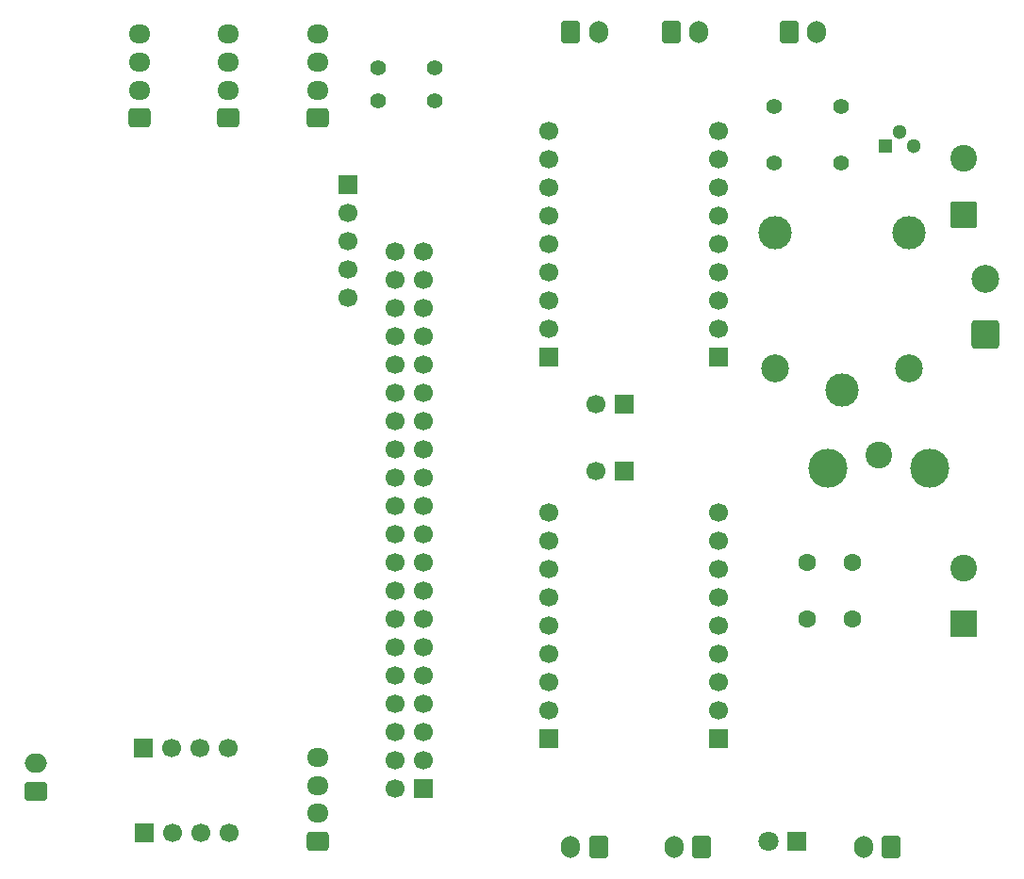
<source format=gbr>
%TF.GenerationSoftware,KiCad,Pcbnew,9.0.2*%
%TF.CreationDate,2025-11-23T17:01:27+09:00*%
%TF.ProjectId,Retriever1_mother,52657472-6965-4766-9572-315f6d6f7468,rev?*%
%TF.SameCoordinates,Original*%
%TF.FileFunction,Soldermask,Top*%
%TF.FilePolarity,Negative*%
%FSLAX46Y46*%
G04 Gerber Fmt 4.6, Leading zero omitted, Abs format (unit mm)*
G04 Created by KiCad (PCBNEW 9.0.2) date 2025-11-23 17:01:27*
%MOMM*%
%LPD*%
G01*
G04 APERTURE LIST*
G04 Aperture macros list*
%AMRoundRect*
0 Rectangle with rounded corners*
0 $1 Rounding radius*
0 $2 $3 $4 $5 $6 $7 $8 $9 X,Y pos of 4 corners*
0 Add a 4 corners polygon primitive as box body*
4,1,4,$2,$3,$4,$5,$6,$7,$8,$9,$2,$3,0*
0 Add four circle primitives for the rounded corners*
1,1,$1+$1,$2,$3*
1,1,$1+$1,$4,$5*
1,1,$1+$1,$6,$7*
1,1,$1+$1,$8,$9*
0 Add four rect primitives between the rounded corners*
20,1,$1+$1,$2,$3,$4,$5,0*
20,1,$1+$1,$4,$5,$6,$7,0*
20,1,$1+$1,$6,$7,$8,$9,0*
20,1,$1+$1,$8,$9,$2,$3,0*%
G04 Aperture macros list end*
%ADD10C,1.400000*%
%ADD11R,1.700000X1.700000*%
%ADD12C,1.700000*%
%ADD13RoundRect,0.250000X1.000000X-1.000000X1.000000X1.000000X-1.000000X1.000000X-1.000000X-1.000000X0*%
%ADD14C,2.500000*%
%ADD15RoundRect,0.250000X-0.600000X-0.750000X0.600000X-0.750000X0.600000X0.750000X-0.600000X0.750000X0*%
%ADD16O,1.700000X2.000000*%
%ADD17RoundRect,0.250001X0.949999X-0.949999X0.949999X0.949999X-0.949999X0.949999X-0.949999X-0.949999X0*%
%ADD18C,2.400000*%
%ADD19C,3.000000*%
%ADD20RoundRect,0.250000X0.725000X-0.600000X0.725000X0.600000X-0.725000X0.600000X-0.725000X-0.600000X0*%
%ADD21O,1.950000X1.700000*%
%ADD22C,3.500000*%
%ADD23R,1.800000X1.800000*%
%ADD24C,1.800000*%
%ADD25R,2.400000X2.400000*%
%ADD26C,1.600000*%
%ADD27RoundRect,0.250000X0.600000X0.750000X-0.600000X0.750000X-0.600000X-0.750000X0.600000X-0.750000X0*%
%ADD28RoundRect,0.250000X0.750000X-0.600000X0.750000X0.600000X-0.750000X0.600000X-0.750000X-0.600000X0*%
%ADD29O,2.000000X1.700000*%
%ADD30C,1.300000*%
%ADD31R,1.300000X1.300000*%
G04 APERTURE END LIST*
D10*
%TO.C,R2*%
X75500000Y-47000000D03*
X70420000Y-47000000D03*
%TD*%
D11*
%TO.C,J6*%
X49398000Y-115785400D03*
D12*
X51938000Y-115785400D03*
X54478000Y-115785400D03*
X57018000Y-115785400D03*
%TD*%
D13*
%TO.C,J17*%
X125000000Y-71000000D03*
D14*
X125000000Y-66000000D03*
%TD*%
D15*
%TO.C,J16*%
X107315000Y-43815000D03*
D16*
X109815000Y-43815000D03*
%TD*%
D17*
%TO.C,D1*%
X123000000Y-60240000D03*
D18*
X123000000Y-55160000D03*
%TD*%
D19*
%TO.C,K1*%
X112050000Y-76000000D03*
D14*
X118100000Y-74050000D03*
D19*
X118100000Y-61850000D03*
X106050000Y-61800000D03*
D14*
X106100000Y-74050000D03*
%TD*%
D11*
%TO.C,J19*%
X92540000Y-83250000D03*
D12*
X90000000Y-83250000D03*
%TD*%
D11*
%TO.C,J1*%
X74540000Y-111750000D03*
D12*
X72000000Y-111750000D03*
X74540000Y-109210000D03*
X72000000Y-109210000D03*
X74540000Y-106670000D03*
X72000000Y-106670000D03*
X74540000Y-104130000D03*
X72000000Y-104130000D03*
X74540000Y-101590000D03*
X72000000Y-101590000D03*
X74540000Y-99050000D03*
X72000000Y-99050000D03*
X74540000Y-96510000D03*
X72000000Y-96510000D03*
X74540000Y-93970000D03*
X72000000Y-93970000D03*
X74540000Y-91430000D03*
X72000000Y-91430000D03*
X74540000Y-88890000D03*
X72000000Y-88890000D03*
X74540000Y-86350000D03*
X72000000Y-86350000D03*
X74540000Y-83810000D03*
X72000000Y-83810000D03*
X74540000Y-81270000D03*
X72000000Y-81270000D03*
X74540000Y-78730000D03*
X72000000Y-78730000D03*
X74540000Y-76190000D03*
X72000000Y-76190000D03*
X74540000Y-73650000D03*
X72000000Y-73650000D03*
X74540000Y-71110000D03*
X72000000Y-71110000D03*
X74540000Y-68570000D03*
X72000000Y-68570000D03*
X74540000Y-66030000D03*
X72000000Y-66030000D03*
X74540000Y-63490000D03*
X72000000Y-63490000D03*
%TD*%
D20*
%TO.C,J3*%
X56975000Y-51500000D03*
D21*
X56975000Y-49000000D03*
X56975000Y-46500000D03*
X56975000Y-44000000D03*
%TD*%
D18*
%TO.C,F1*%
X115400000Y-81800000D03*
D22*
X120000000Y-83000000D03*
X110800000Y-83000000D03*
%TD*%
D11*
%TO.C,J21*%
X67750000Y-57500000D03*
D12*
X67750000Y-60040000D03*
X67750000Y-62580000D03*
X67750000Y-65120000D03*
X67750000Y-67660000D03*
%TD*%
D23*
%TO.C,D2*%
X108040000Y-116500000D03*
D24*
X105500000Y-116500000D03*
%TD*%
D25*
%TO.C,C2*%
X123000000Y-97000000D03*
D18*
X123000000Y-92000000D03*
%TD*%
D26*
%TO.C,C1*%
X109000000Y-96500000D03*
X109000000Y-91500000D03*
%TD*%
D11*
%TO.C,J11*%
X85760000Y-73000000D03*
D12*
X85760000Y-70460000D03*
X85760000Y-67920000D03*
X85760000Y-65380000D03*
X85760000Y-62840000D03*
X85760000Y-60300000D03*
X85760000Y-57760000D03*
X85760000Y-55220000D03*
X85760000Y-52680000D03*
%TD*%
D10*
%TO.C,R1*%
X75500000Y-50000000D03*
X70420000Y-50000000D03*
%TD*%
D27*
%TO.C,J14*%
X99500000Y-117025000D03*
D16*
X97000000Y-117025000D03*
%TD*%
D20*
%TO.C,J2*%
X49000000Y-51500000D03*
D21*
X49000000Y-49000000D03*
X49000000Y-46500000D03*
X49000000Y-44000000D03*
%TD*%
D15*
%TO.C,J13*%
X87750000Y-43750000D03*
D16*
X90250000Y-43750000D03*
%TD*%
D28*
%TO.C,J18*%
X39674800Y-112014000D03*
D29*
X39674800Y-109514000D03*
%TD*%
D27*
%TO.C,J22*%
X116500000Y-117000000D03*
D16*
X114000000Y-117000000D03*
%TD*%
D15*
%TO.C,J15*%
X96750000Y-43750000D03*
D16*
X99250000Y-43750000D03*
%TD*%
D20*
%TO.C,J5*%
X65000000Y-116500000D03*
D21*
X65000000Y-114000000D03*
X65000000Y-111500000D03*
X65000000Y-109000000D03*
%TD*%
D11*
%TO.C,J7*%
X49347200Y-108165400D03*
D12*
X51887200Y-108165400D03*
X54427200Y-108165400D03*
X56967200Y-108165400D03*
%TD*%
D30*
%TO.C,Q1*%
X118540000Y-54000000D03*
D31*
X116000000Y-54000000D03*
D30*
X117270000Y-52730000D03*
%TD*%
D10*
%TO.C,R5*%
X106000000Y-55540000D03*
X106000000Y-50460000D03*
%TD*%
D27*
%TO.C,J12*%
X90250000Y-117000000D03*
D16*
X87750000Y-117000000D03*
%TD*%
D26*
%TO.C,C3*%
X113050000Y-96500000D03*
X113050000Y-91500000D03*
%TD*%
D11*
%TO.C,J8*%
X101000000Y-107320000D03*
D12*
X101000000Y-104780000D03*
X101000000Y-102240000D03*
X101000000Y-99700000D03*
X101000000Y-97160000D03*
X101000000Y-94620000D03*
X101000000Y-92080000D03*
X101000000Y-89540000D03*
X101000000Y-87000000D03*
%TD*%
D11*
%TO.C,J10*%
X101000000Y-73000000D03*
D12*
X101000000Y-70460000D03*
X101000000Y-67920000D03*
X101000000Y-65380000D03*
X101000000Y-62840000D03*
X101000000Y-60300000D03*
X101000000Y-57760000D03*
X101000000Y-55220000D03*
X101000000Y-52680000D03*
%TD*%
D20*
%TO.C,J4*%
X65000000Y-51500000D03*
D21*
X65000000Y-49000000D03*
X65000000Y-46500000D03*
X65000000Y-44000000D03*
%TD*%
D11*
%TO.C,J9*%
X85760000Y-107320000D03*
D12*
X85760000Y-104780000D03*
X85760000Y-102240000D03*
X85760000Y-99700000D03*
X85760000Y-97160000D03*
X85760000Y-94620000D03*
X85760000Y-92080000D03*
X85760000Y-89540000D03*
X85760000Y-87000000D03*
%TD*%
D11*
%TO.C,J20*%
X92540000Y-77250000D03*
D12*
X90000000Y-77250000D03*
%TD*%
D10*
%TO.C,R4*%
X112000000Y-55540000D03*
X112000000Y-50460000D03*
%TD*%
M02*

</source>
